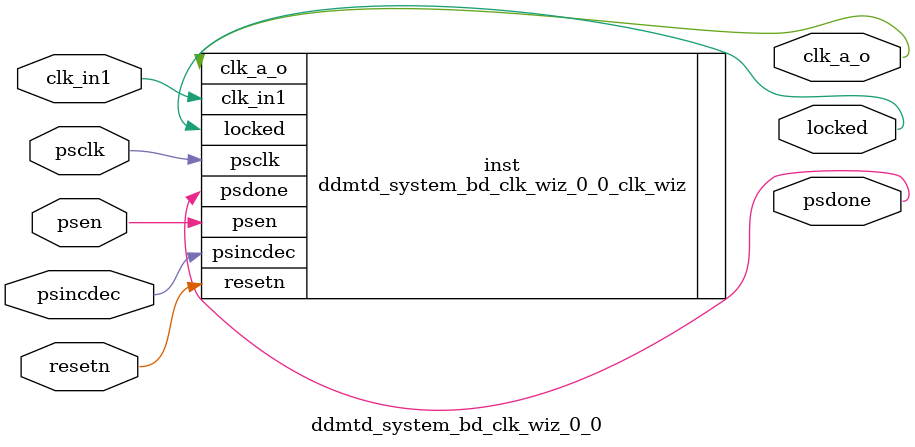
<source format=v>


`timescale 1ps/1ps

(* CORE_GENERATION_INFO = "ddmtd_system_bd_clk_wiz_0_0,clk_wiz_v6_0_16_0_0,{component_name=ddmtd_system_bd_clk_wiz_0_0,use_phase_alignment=false,use_min_o_jitter=false,use_max_i_jitter=false,use_dyn_phase_shift=true,use_inclk_switchover=false,use_dyn_reconfig=false,enable_axi=0,feedback_source=FDBK_AUTO,PRIMITIVE=MMCM,num_out_clk=1,clkin1_period=10.000,clkin2_period=10.000,use_power_down=false,use_reset=true,use_locked=true,use_inclk_stopped=false,feedback_type=SINGLE,CLOCK_MGR_TYPE=NA,manual_override=true}" *)

module ddmtd_system_bd_clk_wiz_0_0 
 (
  // Clock out ports
  output        clk_a_o,
  // Dynamic phase shift ports
  input         psclk,
  input         psen,
  input         psincdec,
  output        psdone,
  // Status and control signals
  input         resetn,
  output        locked,
 // Clock in ports
  input         clk_in1
 );

  ddmtd_system_bd_clk_wiz_0_0_clk_wiz inst
  (
  // Clock out ports  
  .clk_a_o(clk_a_o),
  // Dynamic phase shift ports                
  .psclk(psclk),
  .psen(psen),
  .psincdec(psincdec),
  .psdone(psdone),
  // Status and control signals               
  .resetn(resetn), 
  .locked(locked),
 // Clock in ports
  .clk_in1(clk_in1)
  );

endmodule

</source>
